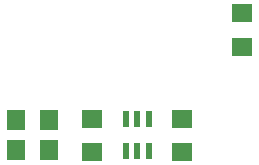
<source format=gbr>
G04 EAGLE Gerber RS-274X export*
G75*
%MOMM*%
%FSLAX34Y34*%
%LPD*%
%INSolderpaste Top*%
%IPPOS*%
%AMOC8*
5,1,8,0,0,1.08239X$1,22.5*%
G01*
%ADD10R,1.800000X1.600000*%
%ADD11R,1.803000X1.600000*%
%ADD12R,1.600000X1.803000*%
%ADD13R,0.550000X1.350000*%


D10*
X330200Y24100D03*
X330200Y52100D03*
X254000Y52100D03*
X254000Y24100D03*
D11*
X381000Y141220D03*
X381000Y112780D03*
D12*
X188980Y50800D03*
X217420Y50800D03*
X188980Y25400D03*
X217420Y25400D03*
D13*
X301600Y51851D03*
X292100Y51851D03*
X282600Y51851D03*
X282600Y24349D03*
X292100Y24349D03*
X301600Y24349D03*
M02*

</source>
